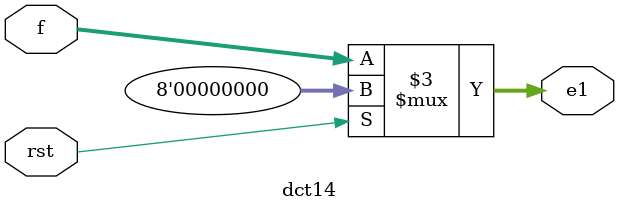
<source format=v>
`timescale 1ns / 1ps
module dct14(
input [7:0] f, 
input rst,
output reg [7:0] e1 
);
always@(f,rst)
begin
  if(rst)
  begin 
	e1<=0;
	end
else 
  begin
   e1<=f;
end
end
endmodule 
</source>
